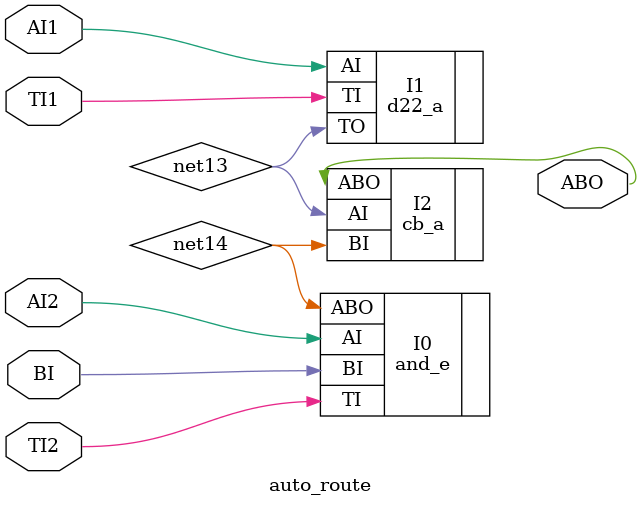
<source format=v>

`timescale 1ns / 1ns 

module auto_route ( ABO, AI1, AI2, BI, TI1, TI2 );

output  ABO;

input  AI1, AI2, BI, TI1, TI2;


specify 
    specparam CDS_LIBNAME  = "ysc_layout";
    specparam CDS_CELLNAME = "auto_route";
    specparam CDS_VIEWNAME = "schematic";
endspecify

and_e I0 ( .BI(BI), .ABO(net14), .TI(TI2),
     .AI(AI2));
cb_a I2 ( .ABO(ABO), .BI(net14), .AI(net13));
d22_a I1 ( .TO(net13), .TI(TI1), .AI(AI1));

endmodule
</source>
